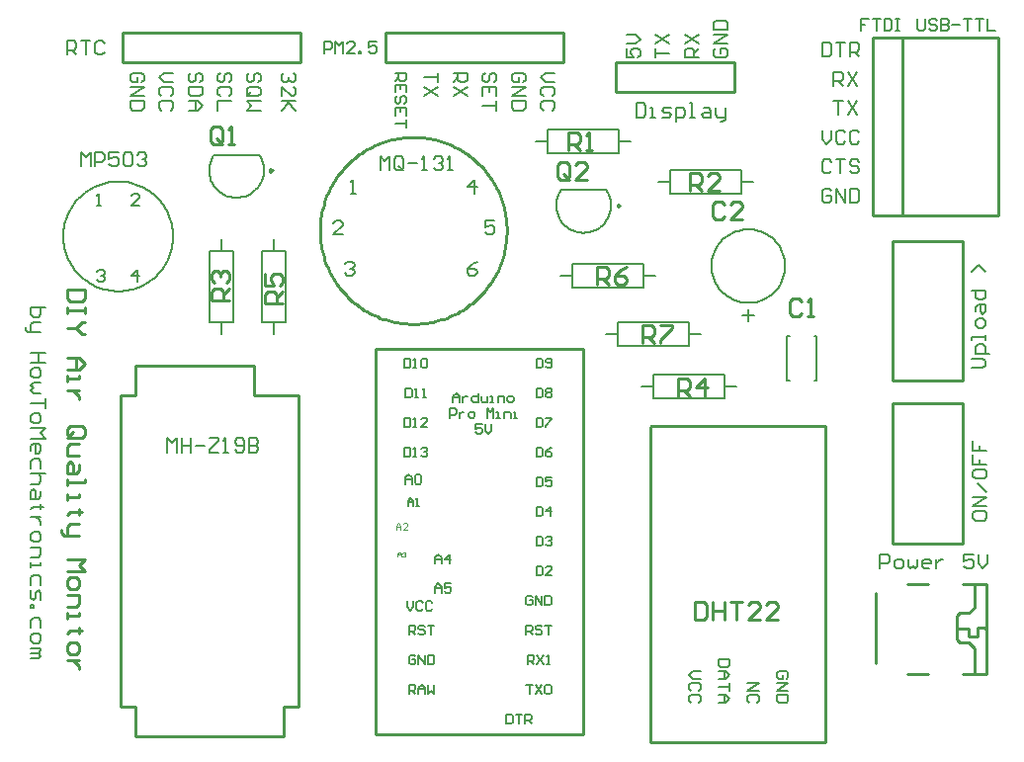
<source format=gto>
G04*
G04 #@! TF.GenerationSoftware,Altium Limited,Altium Designer,20.2.6 (244)*
G04*
G04 Layer_Color=65535*
%FSLAX44Y44*%
%MOMM*%
G71*
G04*
G04 #@! TF.SameCoordinates,95B47CC1-6D59-4A24-9DA9-F39AA99DDD39*
G04*
G04*
G04 #@! TF.FilePolarity,Positive*
G04*
G01*
G75*
%ADD10C,0.2540*%
%ADD11C,0.2000*%
%ADD12C,0.2500*%
%ADD13C,0.1600*%
%ADD14C,0.1000*%
%ADD15C,0.1500*%
%ADD16C,0.1800*%
D10*
X424170Y458470D02*
X424130Y461008D01*
X424009Y463544D01*
X423808Y466074D01*
X423526Y468597D01*
X423165Y471110D01*
X422724Y473610D01*
X422204Y476095D01*
X421606Y478562D01*
X420929Y481009D01*
X420176Y483433D01*
X419345Y485832D01*
X418439Y488203D01*
X417459Y490544D01*
X416404Y492854D01*
X415277Y495128D01*
X414078Y497366D01*
X412809Y499564D01*
X411470Y501721D01*
X410064Y503835D01*
X408592Y505903D01*
X407054Y507923D01*
X405453Y509893D01*
X403791Y511811D01*
X402069Y513676D01*
X400288Y515485D01*
X398451Y517237D01*
X396559Y518930D01*
X394614Y520562D01*
X392619Y522131D01*
X390575Y523636D01*
X388484Y525076D01*
X386348Y526448D01*
X384170Y527752D01*
X381952Y528986D01*
X379695Y530149D01*
X377403Y531241D01*
X375078Y532258D01*
X372721Y533202D01*
X370336Y534070D01*
X367924Y534862D01*
X365488Y535577D01*
X363031Y536215D01*
X360555Y536774D01*
X358062Y537255D01*
X355555Y537656D01*
X353037Y537977D01*
X350510Y538218D01*
X347977Y538379D01*
X345439Y538460D01*
X342901D01*
X340364Y538379D01*
X337830Y538218D01*
X335303Y537977D01*
X332785Y537656D01*
X330278Y537255D01*
X327785Y536774D01*
X325309Y536215D01*
X322852Y535577D01*
X320416Y534862D01*
X318004Y534070D01*
X315619Y533202D01*
X313262Y532258D01*
X310937Y531241D01*
X308645Y530149D01*
X306388Y528986D01*
X304170Y527752D01*
X301992Y526448D01*
X299856Y525076D01*
X297765Y523636D01*
X295721Y522131D01*
X293726Y520562D01*
X291781Y518930D01*
X289889Y517237D01*
X288052Y515485D01*
X286271Y513676D01*
X284549Y511811D01*
X282887Y509893D01*
X281286Y507923D01*
X279748Y505903D01*
X278276Y503835D01*
X276870Y501721D01*
X275531Y499564D01*
X274262Y497366D01*
X273063Y495128D01*
X271936Y492854D01*
X270881Y490545D01*
X269901Y488203D01*
X268995Y485832D01*
X268164Y483433D01*
X267411Y481009D01*
X266734Y478562D01*
X266136Y476095D01*
X265616Y473610D01*
X265175Y471110D01*
X264814Y468597D01*
X264532Y466075D01*
X264331Y463544D01*
X264210Y461008D01*
X264170Y458470D01*
X264210Y455932D01*
X264331Y453396D01*
X264532Y450866D01*
X264814Y448343D01*
X265175Y445830D01*
X265616Y443330D01*
X266136Y440845D01*
X266734Y438378D01*
X267411Y435932D01*
X268164Y433508D01*
X268995Y431109D01*
X269900Y428737D01*
X270881Y426396D01*
X271936Y424087D01*
X273063Y421812D01*
X274262Y419575D01*
X275531Y417376D01*
X276870Y415219D01*
X278276Y413106D01*
X279748Y411038D01*
X281285Y409017D01*
X282886Y407047D01*
X284549Y405129D01*
X286271Y403264D01*
X288052Y401455D01*
X289889Y399703D01*
X291781Y398010D01*
X293725Y396379D01*
X295721Y394809D01*
X297765Y393304D01*
X299856Y391865D01*
X301992Y390492D01*
X304170Y389188D01*
X306388Y387954D01*
X308644Y386791D01*
X310936Y385700D01*
X313262Y384682D01*
X315619Y383738D01*
X318004Y382870D01*
X320416Y382078D01*
X322852Y381363D01*
X325309Y380725D01*
X327785Y380166D01*
X330278Y379686D01*
X332784Y379284D01*
X335302Y378963D01*
X337830Y378722D01*
X340363Y378561D01*
X342900Y378480D01*
X345439Y378480D01*
X347976Y378561D01*
X350509Y378722D01*
X353036Y378963D01*
X355555Y379284D01*
X358061Y379685D01*
X360554Y380166D01*
X363030Y380725D01*
X365487Y381362D01*
X367923Y382078D01*
X370335Y382870D01*
X372720Y383738D01*
X375077Y384681D01*
X377403Y385699D01*
X379695Y386790D01*
X381951Y387953D01*
X384169Y389188D01*
X386347Y390492D01*
X388483Y391864D01*
X390574Y393303D01*
X392618Y394809D01*
X394614Y396378D01*
X396558Y398010D01*
X398450Y399702D01*
X400288Y401454D01*
X402068Y403263D01*
X403791Y405128D01*
X405453Y407046D01*
X407054Y409017D01*
X408591Y411037D01*
X410064Y413105D01*
X411470Y415218D01*
X412808Y417375D01*
X414078Y419574D01*
X415276Y421811D01*
X416404Y424086D01*
X417458Y426395D01*
X418439Y428736D01*
X419345Y431108D01*
X420175Y433507D01*
X420929Y435931D01*
X421606Y438377D01*
X422204Y440844D01*
X422724Y443329D01*
X423165Y445829D01*
X423526Y448342D01*
X423808Y450865D01*
X424009Y453395D01*
X424130Y455931D01*
X424170Y458469D01*
X517300Y577300D02*
X618900D01*
Y602700D01*
X517300D02*
X618900D01*
X517300Y577300D02*
Y602700D01*
X311900Y27200D02*
X489700D01*
X311900D02*
Y357400D01*
X489700D01*
Y27200D02*
Y357400D01*
X106100Y317300D02*
Y342700D01*
X207700D01*
Y317300D02*
Y342700D01*
Y317300D02*
X245800D01*
Y50600D02*
Y317300D01*
X233100Y50600D02*
X245800D01*
X233100Y25200D02*
Y50600D01*
X106100Y25200D02*
X233100D01*
X106100D02*
Y50600D01*
X93400D02*
X106100D01*
X93400D02*
Y317300D01*
X106100D01*
X755000Y449609D02*
X815000D01*
Y329609D02*
Y449609D01*
X755000Y329609D02*
X815000D01*
X755000D02*
Y449609D01*
X812500Y130600D02*
X820000D01*
X810000Y128100D02*
X812500Y130600D01*
X810000Y108195D02*
Y128100D01*
X820000Y110600D02*
Y113100D01*
Y110600D02*
X827500D01*
X833750Y118100D02*
X835000Y116850D01*
X827500Y118100D02*
X833750D01*
X827500Y115183D02*
Y118100D01*
Y110600D02*
Y115183D01*
X820000Y113100D02*
Y117732D01*
X810000D02*
X820000D01*
X810000Y108195D02*
X812595Y105600D01*
X820000D01*
X825000Y135600D02*
Y155600D01*
X820000Y130600D02*
X825000Y135600D01*
X820000Y105600D02*
X825000Y100600D01*
Y78100D02*
Y100600D01*
X835000Y78100D02*
Y155600D01*
X815000D02*
X835000D01*
X815000Y78100D02*
X835000D01*
X767500D02*
X785000D01*
X767500Y155600D02*
X785000D01*
X740000Y88100D02*
Y148100D01*
X762700Y623900D02*
X844800D01*
X845000Y623700D01*
Y471700D02*
Y623700D01*
Y471700D02*
X845200Y471500D01*
X762700D02*
X845200D01*
X762700D02*
Y623900D01*
X737300D02*
X762700D01*
X737300Y471500D02*
Y623900D01*
Y471500D02*
X762700D01*
X546800Y20000D02*
X696800D01*
X546800D02*
Y290000D01*
X696800Y20000D02*
Y291000D01*
X547800D02*
X696800D01*
X546800Y290000D02*
X547800Y291000D01*
X320700Y627700D02*
X473100D01*
X320700Y602300D02*
Y627700D01*
Y602300D02*
X473100D01*
Y627700D01*
X755000Y190391D02*
X815000D01*
X755000D02*
Y310392D01*
X815000D01*
Y190391D02*
Y310392D01*
X247700Y602300D02*
Y627700D01*
X95300Y602300D02*
X247700D01*
X95300D02*
Y627700D01*
X247700D01*
X62853Y407460D02*
X47618D01*
Y399842D01*
X50157Y397303D01*
X60314D01*
X62853Y399842D01*
Y407460D01*
Y392225D02*
Y387147D01*
Y389686D01*
X47618D01*
Y392225D01*
Y387147D01*
X62853Y379529D02*
X60314D01*
X55236Y374451D01*
X60314Y369372D01*
X62853D01*
X55236Y374451D02*
X47618D01*
Y349059D02*
X57775D01*
X62853Y343980D01*
X57775Y338902D01*
X47618D01*
X55236D01*
Y349059D01*
X47618Y333824D02*
Y328745D01*
Y331285D01*
X57775D01*
Y333824D01*
Y321128D02*
X47618D01*
X52697D01*
X55236Y318589D01*
X57775Y316050D01*
Y313510D01*
X50157Y280501D02*
X60314D01*
X62853Y283040D01*
Y288119D01*
X60314Y290658D01*
X50157D01*
X47618Y288119D01*
Y283040D01*
X52697Y285579D02*
X47618Y280501D01*
Y283040D02*
X50157Y280501D01*
X57775Y275423D02*
X50157D01*
X47618Y272883D01*
Y265266D01*
X57775D01*
Y257649D02*
Y252570D01*
X55236Y250031D01*
X47618D01*
Y257649D01*
X50157Y260188D01*
X52697Y257649D01*
Y250031D01*
X47618Y244953D02*
Y239874D01*
Y242413D01*
X62853D01*
Y244953D01*
X47618Y232257D02*
Y227178D01*
Y229718D01*
X57775D01*
Y232257D01*
X60314Y217022D02*
X57775D01*
Y219561D01*
Y214482D01*
Y217022D01*
X50157D01*
X47618Y214482D01*
X57775Y206865D02*
X50157D01*
X47618Y204326D01*
Y196708D01*
X45079D01*
X42540Y199247D01*
Y201787D01*
X47618Y196708D02*
X57775D01*
X47618Y176395D02*
X62853D01*
X57775Y171316D01*
X62853Y166238D01*
X47618D01*
Y158621D02*
Y153542D01*
X50157Y151003D01*
X55236D01*
X57775Y153542D01*
Y158621D01*
X55236Y161160D01*
X50157D01*
X47618Y158621D01*
Y145925D02*
X57775D01*
Y138307D01*
X55236Y135768D01*
X47618D01*
Y130690D02*
Y125611D01*
Y128150D01*
X57775D01*
Y130690D01*
X60314Y115455D02*
X57775D01*
Y117994D01*
Y112915D01*
Y115455D01*
X50157D01*
X47618Y112915D01*
Y102759D02*
Y97680D01*
X50157Y95141D01*
X55236D01*
X57775Y97680D01*
Y102759D01*
X55236Y105298D01*
X50157D01*
X47618Y102759D01*
X57775Y90063D02*
X47618D01*
X52697D01*
X55236Y87523D01*
X57775Y84984D01*
Y82445D01*
X611121Y481072D02*
X608582Y483611D01*
X603503D01*
X600964Y481072D01*
Y470915D01*
X603503Y468376D01*
X608582D01*
X611121Y470915D01*
X626356Y468376D02*
X616199D01*
X626356Y478533D01*
Y481072D01*
X623817Y483611D01*
X618738D01*
X616199Y481072D01*
X676910Y397508D02*
X674371Y400047D01*
X669293D01*
X666753Y397508D01*
Y387352D01*
X669293Y384813D01*
X674371D01*
X676910Y387352D01*
X681988Y384813D02*
X687067D01*
X684528D01*
Y400047D01*
X681988Y397508D01*
X477303Y527383D02*
Y542617D01*
X484921D01*
X487460Y540078D01*
Y535000D01*
X484921Y532461D01*
X477303D01*
X482382D02*
X487460Y527383D01*
X492538D02*
X497617D01*
X495078D01*
Y542617D01*
X492538Y540078D01*
X581034Y492383D02*
Y507617D01*
X588652D01*
X591191Y505078D01*
Y500000D01*
X588652Y497461D01*
X581034D01*
X586113D02*
X591191Y492383D01*
X606426D02*
X596269D01*
X606426Y502539D01*
Y505078D01*
X603887Y507617D01*
X598808D01*
X596269Y505078D01*
X501148Y412126D02*
Y427361D01*
X508765D01*
X511305Y424822D01*
Y419743D01*
X508765Y417204D01*
X501148D01*
X506226D02*
X511305Y412126D01*
X526540Y427361D02*
X521461Y424822D01*
X516383Y419743D01*
Y414665D01*
X518922Y412126D01*
X524001D01*
X526540Y414665D01*
Y417204D01*
X524001Y419743D01*
X516383D01*
X571114Y316112D02*
Y331348D01*
X578732D01*
X581271Y328808D01*
Y323730D01*
X578732Y321191D01*
X571114D01*
X576193D02*
X581271Y316112D01*
X593967D02*
Y331348D01*
X586349Y323730D01*
X596506D01*
X540348Y362126D02*
Y377361D01*
X547966D01*
X550505Y374822D01*
Y369743D01*
X547966Y367204D01*
X540348D01*
X545426D02*
X550505Y362126D01*
X555583Y377361D02*
X565740D01*
Y374822D01*
X555583Y364665D01*
Y362126D01*
X478059Y504637D02*
Y514794D01*
X475519Y517333D01*
X470441D01*
X467902Y514794D01*
Y504637D01*
X470441Y502098D01*
X475519D01*
X472980Y507176D02*
X478059Y502098D01*
X475519D02*
X478059Y504637D01*
X493294Y502098D02*
X483137D01*
X493294Y512255D01*
Y514794D01*
X490755Y517333D01*
X485676D01*
X483137Y514794D01*
X585081Y140407D02*
Y125173D01*
X592699D01*
X595238Y127712D01*
Y137868D01*
X592699Y140407D01*
X585081D01*
X600317D02*
Y125173D01*
Y132790D01*
X610473D01*
Y140407D01*
Y125173D01*
X615552Y140407D02*
X625708D01*
X620630D01*
Y125173D01*
X640943D02*
X630787D01*
X640943Y135329D01*
Y137868D01*
X638404Y140407D01*
X633326D01*
X630787Y137868D01*
X656179Y125173D02*
X646022D01*
X656179Y135329D01*
Y137868D01*
X653639Y140407D01*
X648561D01*
X646022Y137868D01*
X232617Y396034D02*
X217383D01*
Y403652D01*
X219922Y406191D01*
X225000D01*
X227539Y403652D01*
Y396034D01*
Y401113D02*
X232617Y406191D01*
X217383Y421426D02*
Y411269D01*
X225000D01*
X222461Y416348D01*
Y418887D01*
X225000Y421426D01*
X230078D01*
X232617Y418887D01*
Y413808D01*
X230078Y411269D01*
X186348Y398574D02*
X171112D01*
Y406192D01*
X173652Y408731D01*
X178730D01*
X181269Y406192D01*
Y398574D01*
Y403652D02*
X186348Y408731D01*
X173652Y413809D02*
X171112Y416348D01*
Y421427D01*
X173652Y423966D01*
X176191D01*
X178730Y421427D01*
Y418887D01*
Y421427D01*
X181269Y423966D01*
X183808D01*
X186348Y421427D01*
Y416348D01*
X183808Y413809D01*
X180759Y534637D02*
Y544794D01*
X178220Y547333D01*
X173141D01*
X170602Y544794D01*
Y534637D01*
X173141Y532098D01*
X178220D01*
X175680Y537176D02*
X180759Y532098D01*
X178220D02*
X180759Y534637D01*
X185837Y532098D02*
X190915D01*
X188376D01*
Y547333D01*
X185837Y544794D01*
D11*
X662690Y427990D02*
X662588Y430525D01*
X662282Y433043D01*
X661775Y435528D01*
X661069Y437965D01*
X660169Y440337D01*
X659082Y442629D01*
X657813Y444826D01*
X656372Y446913D01*
X654768Y448878D01*
X653011Y450708D01*
X651112Y452390D01*
X649084Y453914D01*
X646940Y455270D01*
X644694Y456449D01*
X642360Y457443D01*
X639954Y458246D01*
X637491Y458853D01*
X634987Y459260D01*
X632458Y459464D01*
X629922D01*
X627393Y459260D01*
X624889Y458853D01*
X622426Y458246D01*
X620020Y457443D01*
X617686Y456449D01*
X615440Y455270D01*
X613296Y453914D01*
X611268Y452390D01*
X609369Y450708D01*
X607612Y448878D01*
X606008Y446913D01*
X604566Y444826D01*
X603298Y442629D01*
X602211Y440337D01*
X601311Y437965D01*
X600605Y435528D01*
X600098Y433043D01*
X599792Y430525D01*
X599690Y427990D01*
X599792Y425455D01*
X600098Y422937D01*
X600605Y420452D01*
X601311Y418015D01*
X602211Y415643D01*
X603298Y413351D01*
X604566Y411154D01*
X606008Y409067D01*
X607612Y407102D01*
X609369Y405272D01*
X611268Y403590D01*
X613296Y402066D01*
X615440Y400710D01*
X617686Y399531D01*
X620020Y398537D01*
X622426Y397734D01*
X624889Y397127D01*
X627393Y396720D01*
X629922Y396516D01*
X632458D01*
X634987Y396720D01*
X637491Y397127D01*
X639954Y397734D01*
X642360Y398537D01*
X644694Y399531D01*
X646940Y400710D01*
X649084Y402066D01*
X651112Y403590D01*
X653011Y405272D01*
X654768Y407102D01*
X656373Y409067D01*
X657813Y411154D01*
X659082Y413351D01*
X660169Y415643D01*
X661069Y418015D01*
X661775Y420452D01*
X662282Y422937D01*
X662588Y425455D01*
X662690Y427990D01*
X173361Y523352D02*
X172026Y521174D01*
X170936Y518864D01*
X170102Y516449D01*
X169536Y513958D01*
X169243Y511420D01*
X169227Y508866D01*
X169489Y506325D01*
X170025Y503827D01*
X170829Y501402D01*
X171892Y499079D01*
X173200Y496885D01*
X174739Y494846D01*
X176490Y492986D01*
X178432Y491327D01*
X180543Y489889D01*
X182798Y488688D01*
X185170Y487739D01*
X187631Y487053D01*
X190151Y486639D01*
X192702Y486500D01*
X195253Y486639D01*
X197773Y487054D01*
X200234Y487740D01*
X202605Y488690D01*
X204860Y489891D01*
X206971Y491329D01*
X208913Y492989D01*
X210664Y494849D01*
X212202Y496888D01*
X213510Y499083D01*
X214572Y501406D01*
X215376Y503831D01*
X215911Y506328D01*
X216173Y508870D01*
X216157Y511424D01*
X215864Y513962D01*
X215297Y516452D01*
X214463Y518867D01*
X213372Y521177D01*
X212037Y523355D01*
X470661Y493352D02*
X469326Y491174D01*
X468236Y488864D01*
X467402Y486449D01*
X466836Y483958D01*
X466543Y481420D01*
X466527Y478866D01*
X466789Y476325D01*
X467325Y473827D01*
X468129Y471402D01*
X469192Y469079D01*
X470500Y466885D01*
X472039Y464846D01*
X473790Y462986D01*
X475732Y461327D01*
X477843Y459889D01*
X480098Y458688D01*
X482470Y457739D01*
X484930Y457053D01*
X487451Y456639D01*
X490002Y456500D01*
X492553Y456639D01*
X495073Y457054D01*
X497534Y457740D01*
X499905Y458690D01*
X502160Y459891D01*
X504271Y461329D01*
X506213Y462989D01*
X507964Y464849D01*
X509502Y466888D01*
X510810Y469083D01*
X511872Y471406D01*
X512676Y473831D01*
X513211Y476328D01*
X513473Y478870D01*
X513457Y481424D01*
X513164Y483962D01*
X512597Y486452D01*
X511763Y488867D01*
X510672Y491177D01*
X509337Y493355D01*
X138440Y453390D02*
X138371Y455934D01*
X138165Y458472D01*
X137821Y460994D01*
X137341Y463494D01*
X136727Y465964D01*
X135980Y468397D01*
X135102Y470787D01*
X134096Y473125D01*
X132965Y475405D01*
X131712Y477621D01*
X130341Y479766D01*
X128856Y481833D01*
X127262Y483817D01*
X125562Y485712D01*
X123762Y487512D01*
X121867Y489212D01*
X119883Y490806D01*
X117816Y492291D01*
X115671Y493662D01*
X113455Y494915D01*
X111175Y496046D01*
X108836Y497052D01*
X106447Y497930D01*
X104014Y498677D01*
X101544Y499291D01*
X99044Y499771D01*
X96522Y500115D01*
X93984Y500321D01*
X91440Y500390D01*
X88896Y500321D01*
X86358Y500115D01*
X83836Y499771D01*
X81336Y499291D01*
X78866Y498677D01*
X76433Y497930D01*
X74043Y497052D01*
X71705Y496046D01*
X69425Y494915D01*
X67209Y493662D01*
X65064Y492291D01*
X62997Y490806D01*
X61013Y489212D01*
X59118Y487512D01*
X57318Y485712D01*
X55618Y483817D01*
X54024Y481833D01*
X52539Y479766D01*
X51168Y477621D01*
X49915Y475405D01*
X48784Y473125D01*
X47778Y470787D01*
X46900Y468397D01*
X46153Y465964D01*
X45539Y463494D01*
X45059Y460994D01*
X44715Y458471D01*
X44509Y455934D01*
X44440Y453390D01*
X44509Y450845D01*
X44715Y448308D01*
X45059Y445786D01*
X45539Y443286D01*
X46153Y440816D01*
X46900Y438383D01*
X47778Y435993D01*
X48784Y433655D01*
X49915Y431375D01*
X51168Y429159D01*
X52539Y427014D01*
X54024Y424947D01*
X55619Y422963D01*
X57318Y421068D01*
X59118Y419268D01*
X61013Y417568D01*
X62997Y415974D01*
X65064Y414488D01*
X67209Y413118D01*
X69425Y411865D01*
X71705Y410734D01*
X74044Y409728D01*
X76433Y408850D01*
X78866Y408103D01*
X81337Y407489D01*
X83836Y407009D01*
X86359Y406665D01*
X88896Y406459D01*
X91440Y406390D01*
X93985Y406459D01*
X96522Y406665D01*
X99044Y407009D01*
X101544Y407489D01*
X104014Y408103D01*
X106447Y408850D01*
X108837Y409728D01*
X111175Y410734D01*
X113455Y411865D01*
X115671Y413118D01*
X117816Y414489D01*
X119883Y415974D01*
X121867Y417569D01*
X123762Y419268D01*
X125562Y421068D01*
X127262Y422963D01*
X128857Y424947D01*
X130342Y427014D01*
X131712Y429159D01*
X132965Y431375D01*
X134096Y433656D01*
X135102Y435994D01*
X135980Y438383D01*
X136727Y440816D01*
X137341Y443287D01*
X137821Y445787D01*
X138165Y448309D01*
X138371Y450846D01*
X138440Y453390D01*
X520480Y535000D02*
X530640D01*
X449360D02*
X459520D01*
Y524840D02*
X520480D01*
Y545160D01*
X459520D02*
X520480D01*
X459520Y524840D02*
Y545160D01*
X664210Y330200D02*
X666410D01*
X664210Y368300D02*
X666410D01*
X687410D02*
X689610D01*
X687410Y330200D02*
X689610D01*
X664210D02*
Y368300D01*
X689610Y330200D02*
Y368300D01*
X173364Y523350D02*
X212037D01*
X470663Y493350D02*
X509337D01*
X580480Y370000D02*
X590640D01*
X509360D02*
X519520D01*
Y359840D02*
X580480D01*
Y380160D01*
X519520D02*
X580480D01*
X519520Y359840D02*
Y380160D01*
X610480Y325000D02*
X620640D01*
X539360D02*
X549520D01*
Y314840D02*
X610480D01*
Y335160D01*
X549520D02*
X610480D01*
X549520Y314840D02*
Y335160D01*
X541280Y420000D02*
X551440D01*
X470160D02*
X480320D01*
Y409840D02*
X541280D01*
Y430160D01*
X480320D02*
X541280D01*
X480320Y409840D02*
Y430160D01*
X180000Y440480D02*
Y450640D01*
Y369360D02*
Y379520D01*
X190160D02*
Y440480D01*
X169840D02*
X190160D01*
X169840Y379520D02*
Y440480D01*
Y379520D02*
X190160D01*
X225000Y440480D02*
Y450640D01*
Y369360D02*
Y379520D01*
X235160D02*
Y440480D01*
X214840D02*
X235160D01*
X214840Y379520D02*
Y440480D01*
Y379520D02*
X235160D01*
X625480Y500000D02*
X635640D01*
X554360D02*
X564520D01*
Y489840D02*
X625480D01*
Y510160D01*
X564520D02*
X625480D01*
X564520Y489840D02*
Y510160D01*
X29328Y393000D02*
X16332D01*
Y386502D01*
X18498Y384336D01*
X20664D01*
X22830D01*
X24996Y386502D01*
Y393000D01*
Y380004D02*
X18498D01*
X16332Y377838D01*
Y371340D01*
X14166D01*
X12000Y373506D01*
Y375672D01*
X16332Y371340D02*
X24996D01*
X29328Y354013D02*
X16332D01*
X22830D01*
Y345349D01*
X29328D01*
X16332D01*
Y338851D02*
Y334519D01*
X18498Y332353D01*
X22830D01*
X24996Y334519D01*
Y338851D01*
X22830Y341017D01*
X18498D01*
X16332Y338851D01*
X24996Y328021D02*
X18498D01*
X16332Y325855D01*
X18498Y323689D01*
X16332Y321523D01*
X18498Y319357D01*
X24996D01*
X29328Y315025D02*
Y306361D01*
Y310693D01*
X16332D01*
Y299863D02*
Y295531D01*
X18498Y293365D01*
X22830D01*
X24996Y295531D01*
Y299863D01*
X22830Y302029D01*
X18498D01*
X16332Y299863D01*
Y289034D02*
X29328D01*
X24996Y284702D01*
X29328Y280370D01*
X16332D01*
Y269540D02*
Y273872D01*
X18498Y276038D01*
X22830D01*
X24996Y273872D01*
Y269540D01*
X22830Y267374D01*
X20664D01*
Y276038D01*
X24996Y254378D02*
Y260876D01*
X22830Y263042D01*
X18498D01*
X16332Y260876D01*
Y254378D01*
X29328Y250046D02*
X16332D01*
X22830D01*
X24996Y247880D01*
Y243548D01*
X22830Y241382D01*
X16332D01*
X24996Y234884D02*
Y230552D01*
X22830Y228386D01*
X16332D01*
Y234884D01*
X18498Y237050D01*
X20664Y234884D01*
Y228386D01*
X27162Y221889D02*
X24996D01*
Y224055D01*
Y219722D01*
Y221889D01*
X18498D01*
X16332Y219722D01*
X24996Y213225D02*
X16332D01*
X20664D01*
X22830Y211059D01*
X24996Y208893D01*
Y206727D01*
X16332Y198063D02*
Y193731D01*
X18498Y191565D01*
X22830D01*
X24996Y193731D01*
Y198063D01*
X22830Y200229D01*
X18498D01*
X16332Y198063D01*
Y187233D02*
X24996D01*
Y180735D01*
X22830Y178569D01*
X16332D01*
Y174237D02*
Y169905D01*
Y172071D01*
X24996D01*
Y174237D01*
Y154744D02*
Y161241D01*
X22830Y163407D01*
X18498D01*
X16332Y161241D01*
Y154744D01*
Y150412D02*
Y143914D01*
X18498Y141748D01*
X20664Y143914D01*
Y148246D01*
X22830Y150412D01*
X24996Y148246D01*
Y141748D01*
X16332Y137416D02*
X18498D01*
Y135250D01*
X16332D01*
Y137416D01*
X24996Y117922D02*
Y124420D01*
X22830Y126586D01*
X18498D01*
X16332Y124420D01*
Y117922D01*
Y111424D02*
Y107092D01*
X18498Y104926D01*
X22830D01*
X24996Y107092D01*
Y111424D01*
X22830Y113590D01*
X18498D01*
X16332Y111424D01*
Y100594D02*
X24996D01*
Y98428D01*
X22830Y96262D01*
X16332D01*
X22830D01*
X24996Y94096D01*
X22830Y91931D01*
X16332D01*
X133500Y268500D02*
Y280496D01*
X137499Y276497D01*
X141497Y280496D01*
Y268500D01*
X145496Y280496D02*
Y268500D01*
Y274498D01*
X153493D01*
Y280496D01*
Y268500D01*
X157492Y274498D02*
X165490D01*
X169488Y280496D02*
X177486D01*
Y278497D01*
X169488Y270499D01*
Y268500D01*
X177486D01*
X181484D02*
X185483D01*
X183484D01*
Y280496D01*
X181484Y278497D01*
X191481Y270499D02*
X193480Y268500D01*
X197479D01*
X199479Y270499D01*
Y278497D01*
X197479Y280496D01*
X193480D01*
X191481Y278497D01*
Y276497D01*
X193480Y274498D01*
X199479D01*
X203477Y280496D02*
Y268500D01*
X209475D01*
X211475Y270499D01*
Y272499D01*
X209475Y274498D01*
X203477D01*
X209475D01*
X211475Y276497D01*
Y278497D01*
X209475Y280496D01*
X203477D01*
D12*
X223450Y510000D02*
X221575Y511082D01*
Y508917D01*
X223450Y510000D01*
X520750Y480000D02*
X518875Y481083D01*
Y478918D01*
X520750Y480000D01*
D13*
X449612Y272600D02*
Y264603D01*
X453611D01*
X454944Y265935D01*
Y271267D01*
X453611Y272600D01*
X449612D01*
X462941D02*
X460275Y271267D01*
X457609Y268601D01*
Y265935D01*
X458942Y264603D01*
X461608D01*
X462941Y265935D01*
Y267268D01*
X461608Y268601D01*
X457609D01*
X345945Y93467D02*
X344612Y94800D01*
X341946D01*
X340613Y93467D01*
Y88135D01*
X341946Y86803D01*
X344612D01*
X345945Y88135D01*
Y90801D01*
X343279D01*
X348611Y86803D02*
Y94800D01*
X353942Y86803D01*
Y94800D01*
X356608D02*
Y86803D01*
X360607D01*
X361940Y88135D01*
Y93467D01*
X360607Y94800D01*
X356608D01*
X449612Y348800D02*
Y340803D01*
X453611D01*
X454944Y342136D01*
Y347467D01*
X453611Y348800D01*
X449612D01*
X457609Y342136D02*
X458942Y340803D01*
X461608D01*
X462941Y342136D01*
Y347467D01*
X461608Y348800D01*
X458942D01*
X457609Y347467D01*
Y346134D01*
X458942Y344801D01*
X462941D01*
X449612Y221800D02*
Y213803D01*
X453611D01*
X454944Y215135D01*
Y220467D01*
X453611Y221800D01*
X449612D01*
X461608Y213803D02*
Y221800D01*
X457609Y217801D01*
X462941D01*
X446268Y144267D02*
X444935Y145600D01*
X442270D01*
X440937Y144267D01*
Y138935D01*
X442270Y137603D01*
X444935D01*
X446268Y138935D01*
Y141601D01*
X443603D01*
X448934Y137603D02*
Y145600D01*
X454266Y137603D01*
Y145600D01*
X456932D02*
Y137603D01*
X460930D01*
X462263Y138935D01*
Y144267D01*
X460930Y145600D01*
X456932D01*
X449612Y298000D02*
Y290003D01*
X453611D01*
X454944Y291336D01*
Y296667D01*
X453611Y298000D01*
X449612D01*
X457609D02*
X462941D01*
Y296667D01*
X457609Y291336D01*
Y290003D01*
X362935Y148103D02*
Y153434D01*
X365601Y156100D01*
X368267Y153434D01*
Y148103D01*
Y152101D01*
X362935D01*
X376265Y156100D02*
X370933D01*
Y152101D01*
X373599Y153434D01*
X374932D01*
X376265Y152101D01*
Y149436D01*
X374932Y148103D01*
X372266D01*
X370933Y149436D01*
X440937Y69400D02*
X446268D01*
X443603D01*
Y61403D01*
X448934Y69400D02*
X454266Y61403D01*
Y69400D02*
X448934Y61403D01*
X456932Y68067D02*
X458265Y69400D01*
X460930D01*
X462263Y68067D01*
Y62736D01*
X460930Y61403D01*
X458265D01*
X456932Y62736D01*
Y68067D01*
X340613Y61403D02*
Y69400D01*
X344612D01*
X345945Y68067D01*
Y65401D01*
X344612Y64068D01*
X340613D01*
X343279D02*
X345945Y61403D01*
X348611D02*
Y66734D01*
X351277Y69400D01*
X353942Y66734D01*
Y61403D01*
Y65401D01*
X348611D01*
X356608Y69400D02*
Y61403D01*
X359274Y64068D01*
X361940Y61403D01*
Y69400D01*
X449612Y323400D02*
Y315403D01*
X453611D01*
X454944Y316735D01*
Y322067D01*
X453611Y323400D01*
X449612D01*
X457609Y322067D02*
X458942Y323400D01*
X461608D01*
X462941Y322067D01*
Y320734D01*
X461608Y319401D01*
X462941Y318068D01*
Y316735D01*
X461608Y315403D01*
X458942D01*
X457609Y316735D01*
Y318068D01*
X458942Y319401D01*
X457609Y320734D01*
Y322067D01*
X458942Y319401D02*
X461608D01*
X378208Y311303D02*
Y316634D01*
X380874Y319300D01*
X383540Y316634D01*
Y311303D01*
Y315301D01*
X378208D01*
X386206Y316634D02*
Y311303D01*
Y313968D01*
X387539Y315301D01*
X388872Y316634D01*
X390205D01*
X399535Y319300D02*
Y311303D01*
X395536D01*
X394203Y312635D01*
Y315301D01*
X395536Y316634D01*
X399535D01*
X402201D02*
Y312635D01*
X403534Y311303D01*
X407532D01*
Y316634D01*
X410198Y311303D02*
X412864D01*
X411531D01*
Y316634D01*
X410198D01*
X416863Y311303D02*
Y316634D01*
X420861D01*
X422194Y315301D01*
Y311303D01*
X426193D02*
X428859D01*
X430192Y312635D01*
Y315301D01*
X428859Y316634D01*
X426193D01*
X424860Y315301D01*
Y312635D01*
X426193Y311303D01*
X375543Y297866D02*
Y305863D01*
X379541D01*
X380874Y304530D01*
Y301864D01*
X379541Y300532D01*
X375543D01*
X383540Y303197D02*
Y297866D01*
Y300532D01*
X384873Y301864D01*
X386206Y303197D01*
X387539D01*
X392870Y297866D02*
X395536D01*
X396869Y299199D01*
Y301864D01*
X395536Y303197D01*
X392870D01*
X391537Y301864D01*
Y299199D01*
X392870Y297866D01*
X407532D02*
Y305863D01*
X410198Y303197D01*
X412864Y305863D01*
Y297866D01*
X415530D02*
X418195D01*
X416863D01*
Y303197D01*
X415530D01*
X422194Y297866D02*
Y303197D01*
X426193D01*
X427526Y301864D01*
Y297866D01*
X430192D02*
X432857D01*
X431525D01*
Y303197D01*
X430192D01*
X402867Y292426D02*
X397536D01*
Y288428D01*
X400201Y289760D01*
X401534D01*
X402867Y288428D01*
Y285762D01*
X401534Y284429D01*
X398868D01*
X397536Y285762D01*
X405533Y292426D02*
Y287095D01*
X408199Y284429D01*
X410864Y287095D01*
Y292426D01*
X424008Y44000D02*
Y36003D01*
X428007D01*
X429339Y37336D01*
Y42667D01*
X428007Y44000D01*
X424008D01*
X432005D02*
X437337D01*
X434671D01*
Y36003D01*
X440003D02*
Y44000D01*
X444001D01*
X445334Y42667D01*
Y40001D01*
X444001Y38668D01*
X440003D01*
X442668D02*
X445334Y36003D01*
X362935Y173103D02*
Y178434D01*
X365601Y181100D01*
X368267Y178434D01*
Y173103D01*
Y177101D01*
X362935D01*
X374932Y173103D02*
Y181100D01*
X370933Y177101D01*
X376265D01*
X449612Y247200D02*
Y239203D01*
X453611D01*
X454944Y240536D01*
Y245867D01*
X453611Y247200D01*
X449612D01*
X462941D02*
X457609D01*
Y243201D01*
X460275Y244534D01*
X461608D01*
X462941Y243201D01*
Y240536D01*
X461608Y239203D01*
X458942D01*
X457609Y240536D01*
X340613Y112203D02*
Y120200D01*
X344612D01*
X345945Y118867D01*
Y116201D01*
X344612Y114868D01*
X340613D01*
X343279D02*
X345945Y112203D01*
X353942Y118867D02*
X352609Y120200D01*
X349944D01*
X348611Y118867D01*
Y117534D01*
X349944Y116201D01*
X352609D01*
X353942Y114868D01*
Y113535D01*
X352609Y112203D01*
X349944D01*
X348611Y113535D01*
X356608Y120200D02*
X361940D01*
X359274D01*
Y112203D01*
X336280Y348800D02*
Y340803D01*
X340279D01*
X341612Y342136D01*
Y347467D01*
X340279Y348800D01*
X336280D01*
X344277Y340803D02*
X346943D01*
X345610D01*
Y348800D01*
X344277Y347467D01*
X350942D02*
X352275Y348800D01*
X354940D01*
X356273Y347467D01*
Y342136D01*
X354940Y340803D01*
X352275D01*
X350942Y342136D01*
Y347467D01*
X338937Y141100D02*
Y135768D01*
X341603Y133103D01*
X344268Y135768D01*
Y141100D01*
X352266Y139767D02*
X350933Y141100D01*
X348267D01*
X346934Y139767D01*
Y134436D01*
X348267Y133103D01*
X350933D01*
X352266Y134436D01*
X360263Y139767D02*
X358930Y141100D01*
X356264D01*
X354932Y139767D01*
Y134436D01*
X356264Y133103D01*
X358930D01*
X360263Y134436D01*
X442270Y86803D02*
Y94800D01*
X446268D01*
X447601Y93467D01*
Y90801D01*
X446268Y89468D01*
X442270D01*
X444935D02*
X447601Y86803D01*
X450267Y94800D02*
X455599Y86803D01*
Y94800D02*
X450267Y86803D01*
X458265D02*
X460930D01*
X459598D01*
Y94800D01*
X458265Y93467D01*
X336280Y272600D02*
Y264603D01*
X340279D01*
X341612Y265935D01*
Y271267D01*
X340279Y272600D01*
X336280D01*
X344277Y264603D02*
X346943D01*
X345610D01*
Y272600D01*
X344277Y271267D01*
X350942D02*
X352275Y272600D01*
X354940D01*
X356273Y271267D01*
Y269934D01*
X354940Y268601D01*
X353608D01*
X354940D01*
X356273Y267268D01*
Y265935D01*
X354940Y264603D01*
X352275D01*
X350942Y265935D01*
X449612Y171000D02*
Y163003D01*
X453611D01*
X454944Y164335D01*
Y169667D01*
X453611Y171000D01*
X449612D01*
X462941Y163003D02*
X457609D01*
X462941Y168334D01*
Y169667D01*
X461608Y171000D01*
X458942D01*
X457609Y169667D01*
X336280Y298000D02*
Y290003D01*
X340279D01*
X341612Y291336D01*
Y296667D01*
X340279Y298000D01*
X336280D01*
X344277Y290003D02*
X346943D01*
X345610D01*
Y298000D01*
X344277Y296667D01*
X356273Y290003D02*
X350942D01*
X356273Y295334D01*
Y296667D01*
X354940Y298000D01*
X352275D01*
X350942Y296667D01*
X440937Y112203D02*
Y120200D01*
X444935D01*
X446268Y118867D01*
Y116201D01*
X444935Y114868D01*
X440937D01*
X443603D02*
X446268Y112203D01*
X454266Y118867D02*
X452933Y120200D01*
X450267D01*
X448934Y118867D01*
Y117534D01*
X450267Y116201D01*
X452933D01*
X454266Y114868D01*
Y113535D01*
X452933Y112203D01*
X450267D01*
X448934Y113535D01*
X456932Y120200D02*
X462263D01*
X459597D01*
Y112203D01*
X449612Y196400D02*
Y188403D01*
X453611D01*
X454944Y189736D01*
Y195067D01*
X453611Y196400D01*
X449612D01*
X457609Y195067D02*
X458942Y196400D01*
X461608D01*
X462941Y195067D01*
Y193734D01*
X461608Y192401D01*
X460275D01*
X461608D01*
X462941Y191068D01*
Y189736D01*
X461608Y188403D01*
X458942D01*
X457609Y189736D01*
X337613Y323400D02*
Y315403D01*
X341612D01*
X342944Y316735D01*
Y322067D01*
X341612Y323400D01*
X337613D01*
X345610Y315403D02*
X348276D01*
X346943D01*
Y323400D01*
X345610Y322067D01*
X352275Y315403D02*
X354940D01*
X353608D01*
Y323400D01*
X352275Y322067D01*
X337536Y241303D02*
Y246634D01*
X340201Y249300D01*
X342867Y246634D01*
Y241303D01*
Y245301D01*
X337536D01*
X345533Y247967D02*
X346866Y249300D01*
X349532D01*
X350865Y247967D01*
Y242635D01*
X349532Y241303D01*
X346866D01*
X345533Y242635D01*
Y247967D01*
D14*
X330868Y178901D02*
Y181567D01*
X332201Y182900D01*
X333534Y181567D01*
Y178901D01*
Y180901D01*
X330868D01*
X334866Y182234D02*
X335533Y182900D01*
X336866D01*
X337532Y182234D01*
Y181567D01*
X336866Y180901D01*
X336199D01*
X336866D01*
X337532Y180234D01*
Y179568D01*
X336866Y178901D01*
X335533D01*
X334866Y179568D01*
X329202Y201902D02*
Y205901D01*
X331201Y207900D01*
X333200Y205901D01*
Y201902D01*
Y204901D01*
X329202D01*
X339198Y201902D02*
X335200D01*
X339198Y205901D01*
Y206900D01*
X338199Y207900D01*
X336199D01*
X335200Y206900D01*
D15*
X339535Y222402D02*
Y227067D01*
X341867Y229400D01*
X344200Y227067D01*
Y222402D01*
Y225901D01*
X339535D01*
X346533Y222402D02*
X348865D01*
X347699D01*
Y229400D01*
X346533Y228234D01*
X603503Y614497D02*
X601504Y612498D01*
Y608499D01*
X603503Y606500D01*
X611501D01*
X613500Y608499D01*
Y612498D01*
X611501Y614497D01*
X607502D01*
Y610499D01*
X613500Y618496D02*
X601504D01*
X613500Y626493D01*
X601504D01*
Y630492D02*
X613500D01*
Y636490D01*
X611501Y638490D01*
X603503D01*
X601504Y636490D01*
Y630492D01*
X588500Y606500D02*
X576504D01*
Y612498D01*
X578503Y614497D01*
X582502D01*
X584501Y612498D01*
Y606500D01*
Y610499D02*
X588500Y614497D01*
X576504Y618496D02*
X588500Y626493D01*
X576504D02*
X588500Y618496D01*
X551504Y606500D02*
Y614497D01*
Y610499D01*
X563500D01*
X551504Y618496D02*
X563500Y626493D01*
X551504D02*
X563500Y618496D01*
X526504Y614497D02*
Y606500D01*
X532502D01*
X530503Y610499D01*
Y612498D01*
X532502Y614497D01*
X536501D01*
X538500Y612498D01*
Y608499D01*
X536501Y606500D01*
X526504Y618496D02*
X534501D01*
X538500Y622495D01*
X534501Y626493D01*
X526504D01*
X396668Y489970D02*
Y501966D01*
X390670Y495968D01*
X398667D01*
X413667Y466966D02*
X405670D01*
Y460968D01*
X409669Y462967D01*
X411668D01*
X413667Y460968D01*
Y456969D01*
X411668Y454970D01*
X407669D01*
X405670Y456969D01*
X398667Y431966D02*
X394669Y429967D01*
X390670Y425968D01*
Y421969D01*
X392669Y419970D01*
X396668D01*
X398667Y421969D01*
Y423969D01*
X396668Y425968D01*
X390670D01*
X285670Y429967D02*
X287669Y431966D01*
X291668D01*
X293667Y429967D01*
Y427967D01*
X291668Y425968D01*
X289669D01*
X291668D01*
X293667Y423969D01*
Y421969D01*
X291668Y419970D01*
X287669D01*
X285670Y421969D01*
X283667Y454970D02*
X275670D01*
X283667Y462967D01*
Y464967D01*
X281668Y466966D01*
X277669D01*
X275670Y464967D01*
X290670Y489970D02*
X294669D01*
X292669D01*
Y501966D01*
X290670Y499967D01*
X315670Y509970D02*
Y521966D01*
X319669Y517967D01*
X323667Y521966D01*
Y509970D01*
X335663Y511969D02*
Y519967D01*
X333664Y521966D01*
X329665D01*
X327666Y519967D01*
Y511969D01*
X329665Y509970D01*
X333664D01*
X331665Y513969D02*
X335663Y509970D01*
X333664D02*
X335663Y511969D01*
X339662Y515968D02*
X347660D01*
X351658Y509970D02*
X355657D01*
X353658D01*
Y521966D01*
X351658Y519967D01*
X361655D02*
X363655Y521966D01*
X367653D01*
X369652Y519967D01*
Y517967D01*
X367653Y515968D01*
X365654D01*
X367653D01*
X369652Y513969D01*
Y511969D01*
X367653Y509970D01*
X363655D01*
X361655Y511969D01*
X373651Y509970D02*
X377650D01*
X375651D01*
Y521966D01*
X373651Y519967D01*
X702198Y492469D02*
X700198Y494468D01*
X696199D01*
X694200Y492469D01*
Y484472D01*
X696199Y482472D01*
X700198D01*
X702198Y484472D01*
Y488470D01*
X698199D01*
X706196Y482472D02*
Y494468D01*
X714194Y482472D01*
Y494468D01*
X718192D02*
Y482472D01*
X724191D01*
X726190Y484472D01*
Y492469D01*
X724191Y494468D01*
X718192D01*
X702198Y517469D02*
X700198Y519468D01*
X696199D01*
X694200Y517469D01*
Y509472D01*
X696199Y507472D01*
X700198D01*
X702198Y509472D01*
X706196Y519468D02*
X714194D01*
X710195D01*
Y507472D01*
X726190Y517469D02*
X724191Y519468D01*
X720192D01*
X718192Y517469D01*
Y515470D01*
X720192Y513470D01*
X724191D01*
X726190Y511471D01*
Y509472D01*
X724191Y507472D01*
X720192D01*
X718192Y509472D01*
X694200Y544468D02*
Y536471D01*
X698199Y532472D01*
X702198Y536471D01*
Y544468D01*
X714194Y542469D02*
X712194Y544468D01*
X708196D01*
X706196Y542469D01*
Y534472D01*
X708196Y532472D01*
X712194D01*
X714194Y534472D01*
X726190Y542469D02*
X724191Y544468D01*
X720192D01*
X718192Y542469D01*
Y534472D01*
X720192Y532472D01*
X724191D01*
X726190Y534472D01*
X704200Y569468D02*
X712198D01*
X708199D01*
Y557472D01*
X716196Y569468D02*
X724194Y557472D01*
Y569468D02*
X716196Y557472D01*
X704200Y582472D02*
Y594468D01*
X710198D01*
X712198Y592469D01*
Y588470D01*
X710198Y586471D01*
X704200D01*
X708199D02*
X712198Y582472D01*
X716196Y594468D02*
X724194Y582472D01*
Y594468D02*
X716196Y582472D01*
X694200Y619468D02*
Y607472D01*
X700198D01*
X702198Y609472D01*
Y617469D01*
X700198Y619468D01*
X694200D01*
X706196D02*
X714194D01*
X710195D01*
Y607472D01*
X718192D02*
Y619468D01*
X724191D01*
X726190Y617469D01*
Y613470D01*
X724191Y611471D01*
X718192D01*
X722191D02*
X726190Y607472D01*
X631193Y380993D02*
Y390990D01*
X626195Y385991D02*
X636192D01*
X107938Y414890D02*
Y424887D01*
X102940Y419888D01*
X109605D01*
X72940Y423221D02*
X74606Y424887D01*
X77938D01*
X79605Y423221D01*
Y421554D01*
X77938Y419888D01*
X76272D01*
X77938D01*
X79605Y418222D01*
Y416556D01*
X77938Y414890D01*
X74606D01*
X72940Y416556D01*
Y479890D02*
X76272D01*
X74606D01*
Y489887D01*
X72940Y488221D01*
X109605Y479890D02*
X102940D01*
X109605Y486554D01*
Y488221D01*
X107938Y489887D01*
X104606D01*
X102940Y488221D01*
X630300Y71000D02*
X640297D01*
X630300Y64335D01*
X640297D01*
X638631Y54339D02*
X640297Y56005D01*
Y59337D01*
X638631Y61003D01*
X631966D01*
X630300Y59337D01*
Y56005D01*
X631966Y54339D01*
X663631Y74335D02*
X665297Y76002D01*
Y79334D01*
X663631Y81000D01*
X656966D01*
X655300Y79334D01*
Y76002D01*
X656966Y74335D01*
X660298D01*
Y77668D01*
X655300Y71003D02*
X665297D01*
X655300Y64339D01*
X665297D01*
Y61006D02*
X655300D01*
Y56008D01*
X656966Y54342D01*
X663631D01*
X665297Y56008D01*
Y61006D01*
X615295Y91001D02*
X605299D01*
Y86003D01*
X606965Y84337D01*
X613629D01*
X615295Y86003D01*
Y91001D01*
X605299Y81004D02*
X611963D01*
X615295Y77672D01*
X611963Y74340D01*
X605299D01*
X610297D01*
Y81004D01*
X615295Y71008D02*
Y64343D01*
Y67675D01*
X605299D01*
Y61011D02*
X611963D01*
X615295Y57679D01*
X611963Y54346D01*
X605299D01*
X610297D01*
Y61011D01*
X590297Y81000D02*
X583632D01*
X580300Y77668D01*
X583632Y74335D01*
X590297D01*
X588631Y64339D02*
X590297Y66005D01*
Y69337D01*
X588631Y71003D01*
X581966D01*
X580300Y69337D01*
Y66005D01*
X581966Y64339D01*
X588631Y54342D02*
X590297Y56008D01*
Y59340D01*
X588631Y61006D01*
X581966D01*
X580300Y59340D01*
Y56008D01*
X581966Y54342D01*
X465396Y593500D02*
X457399D01*
X453400Y589501D01*
X457399Y585503D01*
X465396D01*
X463397Y573506D02*
X465396Y575506D01*
Y579505D01*
X463397Y581504D01*
X455399D01*
X453400Y579505D01*
Y575506D01*
X455399Y573506D01*
X463397Y561510D02*
X465396Y563510D01*
Y567508D01*
X463397Y569508D01*
X455399D01*
X453400Y567508D01*
Y563510D01*
X455399Y561510D01*
X438397Y585503D02*
X440396Y587502D01*
Y591501D01*
X438397Y593500D01*
X430399D01*
X428400Y591501D01*
Y587502D01*
X430399Y585503D01*
X434398D01*
Y589501D01*
X428400Y581504D02*
X440396D01*
X428400Y573506D01*
X440396D01*
Y569508D02*
X428400D01*
Y563510D01*
X430399Y561510D01*
X438397D01*
X440396Y563510D01*
Y569508D01*
X413397Y585503D02*
X415396Y587502D01*
Y591501D01*
X413397Y593500D01*
X411397D01*
X409398Y591501D01*
Y587502D01*
X407399Y585503D01*
X405399D01*
X403400Y587502D01*
Y591501D01*
X405399Y593500D01*
X415396Y573506D02*
Y581504D01*
X403400D01*
Y573506D01*
X409398Y581504D02*
Y577505D01*
X415396Y569508D02*
Y561510D01*
Y565509D01*
X403400D01*
X378400Y593500D02*
X390396D01*
Y587502D01*
X388397Y585503D01*
X384398D01*
X382399Y587502D01*
Y593500D01*
Y589501D02*
X378400Y585503D01*
X390396Y581504D02*
X378400Y573506D01*
X390396D02*
X378400Y581504D01*
X365396Y593500D02*
Y585503D01*
Y589501D01*
X353400D01*
X365396Y581504D02*
X353400Y573506D01*
X365396D02*
X353400Y581504D01*
X328400Y593500D02*
X338397D01*
Y588502D01*
X336731Y586836D01*
X333398D01*
X331732Y588502D01*
Y593500D01*
Y590168D02*
X328400Y586836D01*
X338397Y576839D02*
Y583503D01*
X328400D01*
Y576839D01*
X333398Y583503D02*
Y580171D01*
X336731Y566842D02*
X338397Y568508D01*
Y571840D01*
X336731Y573506D01*
X335065D01*
X333398Y571840D01*
Y568508D01*
X331732Y566842D01*
X330066D01*
X328400Y568508D01*
Y571840D01*
X330066Y573506D01*
X338397Y556845D02*
Y563510D01*
X328400D01*
Y556845D01*
X333398Y563510D02*
Y560177D01*
X338397Y553513D02*
Y546848D01*
Y550181D01*
X328400D01*
X241497Y593500D02*
X243496Y591501D01*
Y587502D01*
X241497Y585503D01*
X239497D01*
X237498Y587502D01*
Y589501D01*
Y587502D01*
X235499Y585503D01*
X233499D01*
X231500Y587502D01*
Y591501D01*
X233499Y593500D01*
X231500Y573507D02*
Y581504D01*
X239497Y573507D01*
X241497D01*
X243496Y575506D01*
Y579505D01*
X241497Y581504D01*
X243496Y569508D02*
X231500D01*
X235499D01*
X243496Y561510D01*
X237498Y567508D01*
X231500Y561510D01*
X211497Y585503D02*
X213496Y587502D01*
Y591501D01*
X211497Y593500D01*
X209497D01*
X207498Y591501D01*
Y587502D01*
X205499Y585503D01*
X203499D01*
X201500Y587502D01*
Y591501D01*
X203499Y593500D01*
Y573507D02*
X211497D01*
X213496Y575506D01*
Y579505D01*
X211497Y581504D01*
X203499D01*
X201500Y579505D01*
Y575506D01*
X205499Y577505D02*
X201500Y573507D01*
Y575506D02*
X203499Y573507D01*
X213496Y569508D02*
X201500D01*
X205499Y565509D01*
X201500Y561510D01*
X213496D01*
X186497Y585503D02*
X188496Y587502D01*
Y591501D01*
X186497Y593500D01*
X184497D01*
X182498Y591501D01*
Y587502D01*
X180499Y585503D01*
X178499D01*
X176500Y587502D01*
Y591501D01*
X178499Y593500D01*
X186497Y573507D02*
X188496Y575506D01*
Y579505D01*
X186497Y581504D01*
X178499D01*
X176500Y579505D01*
Y575506D01*
X178499Y573507D01*
X188496Y569508D02*
X176500D01*
Y561510D01*
X161497Y585503D02*
X163496Y587502D01*
Y591501D01*
X161497Y593500D01*
X159497D01*
X157498Y591501D01*
Y587502D01*
X155499Y585503D01*
X153499D01*
X151500Y587502D01*
Y591501D01*
X153499Y593500D01*
X163496Y581504D02*
X151500D01*
Y575506D01*
X153499Y573507D01*
X161497D01*
X163496Y575506D01*
Y581504D01*
X151500Y569508D02*
X159497D01*
X163496Y565509D01*
X159497Y561510D01*
X151500D01*
X157498D01*
Y569508D01*
X138496Y593500D02*
X130499D01*
X126500Y589501D01*
X130499Y585503D01*
X138496D01*
X136497Y573507D02*
X138496Y575506D01*
Y579505D01*
X136497Y581504D01*
X128499D01*
X126500Y579505D01*
Y575506D01*
X128499Y573507D01*
X136497Y561510D02*
X138496Y563510D01*
Y567508D01*
X136497Y569508D01*
X128499D01*
X126500Y567508D01*
Y563510D01*
X128499Y561510D01*
X111497Y585503D02*
X113496Y587502D01*
Y591501D01*
X111497Y593500D01*
X103499D01*
X101500Y591501D01*
Y587502D01*
X103499Y585503D01*
X107498D01*
Y589501D01*
X101500Y581504D02*
X113496D01*
X101500Y573506D01*
X113496D01*
Y569508D02*
X101500D01*
Y563510D01*
X103499Y561510D01*
X111497D01*
X113496Y563510D01*
Y569508D01*
D16*
X734183Y639998D02*
X727518D01*
Y635000D01*
X730851D01*
X727518D01*
Y630002D01*
X737515Y639998D02*
X744180D01*
X740848D01*
Y630002D01*
X747512Y639998D02*
Y630002D01*
X752511D01*
X754177Y631668D01*
Y638332D01*
X752511Y639998D01*
X747512D01*
X757509D02*
X760841D01*
X759175D01*
Y630002D01*
X757509D01*
X760841D01*
X775836Y639998D02*
Y631668D01*
X777502Y630002D01*
X780835D01*
X782501Y631668D01*
Y639998D01*
X792498Y638332D02*
X790832Y639998D01*
X787499D01*
X785833Y638332D01*
Y636666D01*
X787499Y635000D01*
X790832D01*
X792498Y633334D01*
Y631668D01*
X790832Y630002D01*
X787499D01*
X785833Y631668D01*
X795830Y639998D02*
Y630002D01*
X800828D01*
X802494Y631668D01*
Y633334D01*
X800828Y635000D01*
X795830D01*
X800828D01*
X802494Y636666D01*
Y638332D01*
X800828Y639998D01*
X795830D01*
X805827Y635000D02*
X812491D01*
X815823Y639998D02*
X822488D01*
X819156D01*
Y630002D01*
X825820Y639998D02*
X832485D01*
X829152D01*
Y630002D01*
X835817Y639998D02*
Y630002D01*
X842482D01*
X822002Y341014D02*
X831999D01*
X833999Y343014D01*
Y347012D01*
X831999Y349012D01*
X822002D01*
X837997Y353010D02*
X826001D01*
Y359008D01*
X828001Y361008D01*
X831999D01*
X833999Y359008D01*
Y353010D01*
Y365006D02*
Y369005D01*
Y367006D01*
X822002D01*
Y365006D01*
X833999Y377003D02*
Y381001D01*
X831999Y383001D01*
X828001D01*
X826001Y381001D01*
Y377003D01*
X828001Y375003D01*
X831999D01*
X833999Y377003D01*
X826001Y388999D02*
Y392997D01*
X828001Y394997D01*
X833999D01*
Y388999D01*
X831999Y386999D01*
X830000Y388999D01*
Y394997D01*
X822002Y406993D02*
X833999D01*
Y400995D01*
X831999Y398996D01*
X828001D01*
X826001Y400995D01*
Y406993D01*
X833999Y422988D02*
X828001Y428986D01*
X822002Y422988D01*
X823452Y216139D02*
Y212140D01*
X825451Y210141D01*
X833448D01*
X835448Y212140D01*
Y216139D01*
X833448Y218138D01*
X825451D01*
X823452Y216139D01*
X835448Y222137D02*
X823452D01*
X835448Y230135D01*
X823452D01*
X835448Y234133D02*
X827450Y242131D01*
X823452Y252127D02*
Y248129D01*
X825451Y246129D01*
X833448D01*
X835448Y248129D01*
Y252127D01*
X833448Y254127D01*
X825451D01*
X823452Y252127D01*
Y266123D02*
Y258125D01*
X829450D01*
Y262124D01*
Y258125D01*
X835448D01*
X823452Y278119D02*
Y270122D01*
X829450D01*
Y274120D01*
Y270122D01*
X835448D01*
X744015Y169002D02*
Y180998D01*
X750013D01*
X752012Y178999D01*
Y175000D01*
X750013Y173001D01*
X744015D01*
X758010Y169002D02*
X762009D01*
X764008Y171001D01*
Y175000D01*
X762009Y176999D01*
X758010D01*
X756011Y175000D01*
Y171001D01*
X758010Y169002D01*
X768007Y176999D02*
Y171001D01*
X770006Y169002D01*
X772006Y171001D01*
X774005Y169002D01*
X776004Y171001D01*
Y176999D01*
X786001Y169002D02*
X782003D01*
X780003Y171001D01*
Y175000D01*
X782003Y176999D01*
X786001D01*
X788001Y175000D01*
Y173001D01*
X780003D01*
X791999Y176999D02*
Y169002D01*
Y173001D01*
X793999Y175000D01*
X795998Y176999D01*
X797997D01*
X823989Y180998D02*
X815992D01*
Y175000D01*
X819990Y176999D01*
X821990D01*
X823989Y175000D01*
Y171001D01*
X821990Y169002D01*
X817991D01*
X815992Y171001D01*
X827988Y180998D02*
Y173001D01*
X831986Y169002D01*
X835985Y173001D01*
Y180998D01*
X535192Y567517D02*
Y555521D01*
X541190D01*
X543190Y557521D01*
Y565518D01*
X541190Y567517D01*
X535192D01*
X547188Y555521D02*
X551187D01*
X549188D01*
Y563519D01*
X547188D01*
X557185Y555521D02*
X563183D01*
X565183Y557521D01*
X563183Y559520D01*
X559185D01*
X557185Y561519D01*
X559185Y563519D01*
X565183D01*
X569181Y551523D02*
Y563519D01*
X575179D01*
X577179Y561519D01*
Y557521D01*
X575179Y555521D01*
X569181D01*
X581177D02*
X585176D01*
X583177D01*
Y567517D01*
X581177D01*
X593174Y563519D02*
X597172D01*
X599172Y561519D01*
Y555521D01*
X593174D01*
X591174Y557521D01*
X593174Y559520D01*
X599172D01*
X603170Y563519D02*
Y557521D01*
X605170Y555521D01*
X611168D01*
Y553522D01*
X609168Y551523D01*
X607169D01*
X611168Y555521D02*
Y563519D01*
X267507Y610002D02*
Y619998D01*
X272506D01*
X274172Y618332D01*
Y615000D01*
X272506Y613334D01*
X267507D01*
X277504Y610002D02*
Y619998D01*
X280836Y616666D01*
X284168Y619998D01*
Y610002D01*
X294165D02*
X287501D01*
X294165Y616666D01*
Y618332D01*
X292499Y619998D01*
X289167D01*
X287501Y618332D01*
X297498Y610002D02*
Y611668D01*
X299164D01*
Y610002D01*
X297498D01*
X312493Y619998D02*
X305828D01*
Y615000D01*
X309160Y616666D01*
X310827D01*
X312493Y615000D01*
Y611668D01*
X310827Y610002D01*
X307494D01*
X305828Y611668D01*
X47555Y609002D02*
Y620998D01*
X53553D01*
X55553Y618999D01*
Y615000D01*
X53553Y613001D01*
X47555D01*
X51554D02*
X55553Y609002D01*
X59551Y620998D02*
X67549D01*
X63550D01*
Y609002D01*
X79545Y618999D02*
X77545Y620998D01*
X73547D01*
X71547Y618999D01*
Y611001D01*
X73547Y609002D01*
X77545D01*
X79545Y611001D01*
X59639Y513432D02*
Y525428D01*
X63638Y521429D01*
X67636Y525428D01*
Y513432D01*
X71635D02*
Y525428D01*
X77633D01*
X79633Y523429D01*
Y519430D01*
X77633Y517431D01*
X71635D01*
X91629Y525428D02*
X83631D01*
Y519430D01*
X87630Y521429D01*
X89629D01*
X91629Y519430D01*
Y515431D01*
X89629Y513432D01*
X85631D01*
X83631Y515431D01*
X95627Y523429D02*
X97627Y525428D01*
X101625D01*
X103625Y523429D01*
Y515431D01*
X101625Y513432D01*
X97627D01*
X95627Y515431D01*
Y523429D01*
X107624D02*
X109623Y525428D01*
X113622D01*
X115621Y523429D01*
Y521429D01*
X113622Y519430D01*
X111622D01*
X113622D01*
X115621Y517431D01*
Y515431D01*
X113622Y513432D01*
X109623D01*
X107624Y515431D01*
M02*

</source>
